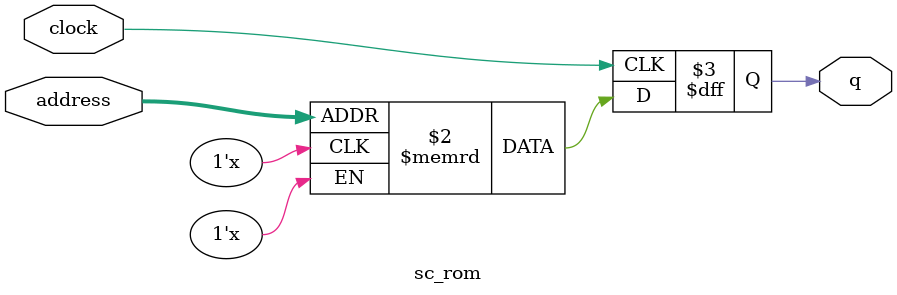
<source format=sv>
module sc_rom (
	input logic clock,
	input logic [11:0] address,
	output logic [0:0] q
);

logic [0:0] memory [0:3199] /* synthesis ram_init_file = "./sc/sc.COE" */;

always_ff @ (posedge clock) begin
	q <= memory[address];
end

endmodule

</source>
